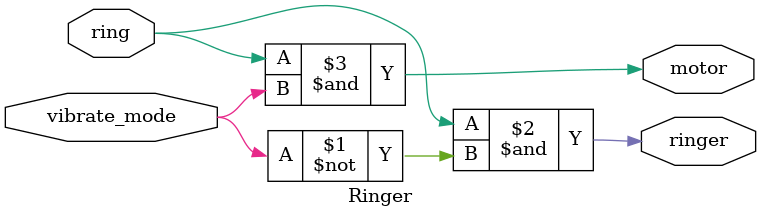
<source format=v>
module Ringer(
  input   ring,
  input   vibrate_mode,
  output  ringer,
  output  motor
);
  assign ringer = ring & ~vibrate_mode; // @[Ringer.scala 12:18]
  assign motor = ring & vibrate_mode; // @[Ringer.scala 11:17]
endmodule

</source>
